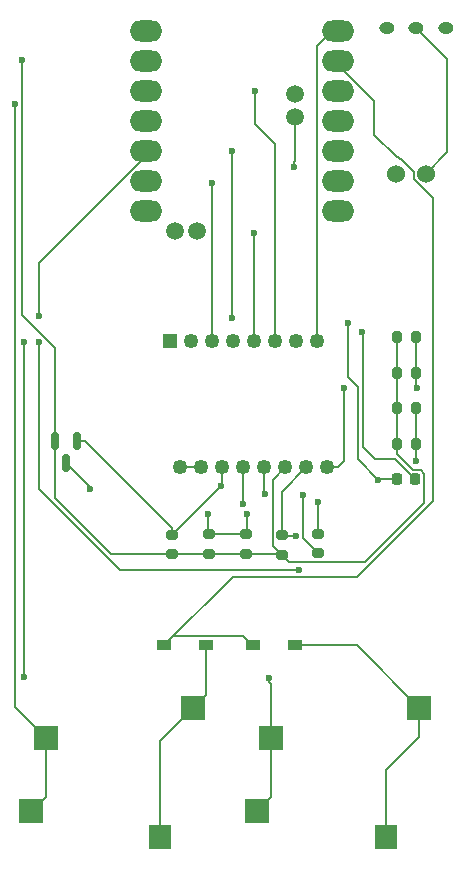
<source format=gbr>
%TF.GenerationSoftware,KiCad,Pcbnew,8.0.7*%
%TF.CreationDate,2025-02-07T09:21:37+09:00*%
%TF.ProjectId,coolpad002,636f6f6c-7061-4643-9030-322e6b696361,rev?*%
%TF.SameCoordinates,Original*%
%TF.FileFunction,Copper,L2,Bot*%
%TF.FilePolarity,Positive*%
%FSLAX46Y46*%
G04 Gerber Fmt 4.6, Leading zero omitted, Abs format (unit mm)*
G04 Created by KiCad (PCBNEW 8.0.7) date 2025-02-07 09:21:37*
%MOMM*%
%LPD*%
G01*
G04 APERTURE LIST*
G04 Aperture macros list*
%AMRoundRect*
0 Rectangle with rounded corners*
0 $1 Rounding radius*
0 $2 $3 $4 $5 $6 $7 $8 $9 X,Y pos of 4 corners*
0 Add a 4 corners polygon primitive as box body*
4,1,4,$2,$3,$4,$5,$6,$7,$8,$9,$2,$3,0*
0 Add four circle primitives for the rounded corners*
1,1,$1+$1,$2,$3*
1,1,$1+$1,$4,$5*
1,1,$1+$1,$6,$7*
1,1,$1+$1,$8,$9*
0 Add four rect primitives between the rounded corners*
20,1,$1+$1,$2,$3,$4,$5,0*
20,1,$1+$1,$4,$5,$6,$7,0*
20,1,$1+$1,$6,$7,$8,$9,0*
20,1,$1+$1,$8,$9,$2,$3,0*%
G04 Aperture macros list end*
%TA.AperFunction,SMDPad,CuDef*%
%ADD10R,2.000000X2.000000*%
%TD*%
%TA.AperFunction,SMDPad,CuDef*%
%ADD11R,1.900000X2.000000*%
%TD*%
%TA.AperFunction,ComponentPad*%
%ADD12O,1.300000X1.000000*%
%TD*%
%TA.AperFunction,ComponentPad*%
%ADD13C,1.524000*%
%TD*%
%TA.AperFunction,SMDPad,CuDef*%
%ADD14R,1.300000X0.950000*%
%TD*%
%TA.AperFunction,SMDPad,CuDef*%
%ADD15RoundRect,0.200000X-0.275000X0.200000X-0.275000X-0.200000X0.275000X-0.200000X0.275000X0.200000X0*%
%TD*%
%TA.AperFunction,SMDPad,CuDef*%
%ADD16RoundRect,0.200000X0.200000X0.275000X-0.200000X0.275000X-0.200000X-0.275000X0.200000X-0.275000X0*%
%TD*%
%TA.AperFunction,ComponentPad*%
%ADD17O,2.750000X1.800000*%
%TD*%
%TA.AperFunction,ComponentPad*%
%ADD18C,1.500000*%
%TD*%
%TA.AperFunction,SMDPad,CuDef*%
%ADD19RoundRect,0.200000X0.275000X-0.200000X0.275000X0.200000X-0.275000X0.200000X-0.275000X-0.200000X0*%
%TD*%
%TA.AperFunction,ComponentPad*%
%ADD20RoundRect,0.187500X-0.437500X-0.437500X0.437500X-0.437500X0.437500X0.437500X-0.437500X0.437500X0*%
%TD*%
%TA.AperFunction,ComponentPad*%
%ADD21O,1.250000X1.250000*%
%TD*%
%TA.AperFunction,SMDPad,CuDef*%
%ADD22RoundRect,0.150000X-0.150000X0.587500X-0.150000X-0.587500X0.150000X-0.587500X0.150000X0.587500X0*%
%TD*%
%TA.AperFunction,SMDPad,CuDef*%
%ADD23RoundRect,0.225000X0.225000X0.250000X-0.225000X0.250000X-0.225000X-0.250000X0.225000X-0.250000X0*%
%TD*%
%TA.AperFunction,ViaPad*%
%ADD24C,0.600000*%
%TD*%
%TA.AperFunction,Conductor*%
%ADD25C,0.200000*%
%TD*%
G04 APERTURE END LIST*
D10*
%TO.P,SW6,1,1*%
%TO.N,Col1*%
X138765000Y-68870000D03*
X139965000Y-62630000D03*
D11*
%TO.P,SW6,2,2*%
%TO.N,Net-(D5-A)*%
X149665000Y-71070000D03*
D10*
X152465000Y-60090000D03*
%TD*%
D12*
%TO.P,SW1,1,A*%
%TO.N,GND*%
X149750000Y-2554000D03*
%TO.P,SW1,2,B*%
%TO.N,Net-(BT1--)*%
X152250000Y-2554000D03*
%TO.P,SW1,3,C*%
%TO.N,unconnected-(SW1-C-Pad3)*%
X154750000Y-2554000D03*
%TD*%
D10*
%TO.P,SW2,1,1*%
%TO.N,Col0*%
X119655000Y-68880000D03*
X120855000Y-62640000D03*
D11*
%TO.P,SW2,2,2*%
%TO.N,Net-(D1-A)*%
X130555000Y-71080000D03*
D10*
X133355000Y-60100000D03*
%TD*%
D13*
%TO.P,BT1,1,+*%
%TO.N,Bat*%
X150530000Y-14870000D03*
%TO.P,BT1,2,-*%
%TO.N,Net-(BT1--)*%
X153070000Y-14870000D03*
%TD*%
D14*
%TO.P,D1,1,K*%
%TO.N,Row0*%
X130905000Y-54780000D03*
%TO.P,D1,2,A*%
%TO.N,Net-(D1-A)*%
X134455000Y-54780000D03*
%TD*%
%TO.P,D5,1,K*%
%TO.N,Row0*%
X138400000Y-54810000D03*
%TO.P,D5,2,A*%
%TO.N,Net-(D5-A)*%
X141950000Y-54810000D03*
%TD*%
D15*
%TO.P,C2,1*%
%TO.N,+1V9*%
X131550000Y-45450000D03*
%TO.P,C2,2*%
%TO.N,GND*%
X131550000Y-47100000D03*
%TD*%
D16*
%TO.P,C7,1*%
%TO.N,Net-(U2-VCP)*%
X152215000Y-31750000D03*
%TO.P,C7,2*%
%TO.N,GND*%
X150565000Y-31750000D03*
%TD*%
D15*
%TO.P,C5,1*%
%TO.N,Net-(U2-CN)*%
X143940000Y-45385000D03*
%TO.P,C5,2*%
%TO.N,Net-(U2-CP)*%
X143940000Y-47035000D03*
%TD*%
D17*
%TO.P,U3,1,P0.02_A0_D0*%
%TO.N,MOTION*%
X145610000Y-2774000D03*
%TO.P,U3,2,P0.03_A1_D1*%
%TO.N,Row0*%
X145610000Y-5314000D03*
%TO.P,U3,3,P0.28_A2_D2*%
%TO.N,Row1*%
X145610000Y-7854000D03*
%TO.P,U3,4,P0.29_A3_D3*%
%TO.N,Row2*%
X145610000Y-10394000D03*
%TO.P,U3,5,P0.04_A4_D4_SDA*%
%TO.N,SDIO*%
X145610000Y-12934000D03*
%TO.P,U3,6,P0.05_A5_D5_SCL*%
%TO.N,SCLK*%
X145610000Y-15474000D03*
%TO.P,U3,7,P1.11_D6_TX*%
%TO.N,Row3*%
X145610000Y-18014000D03*
%TO.P,U3,8,P1.12_D7_RX*%
%TO.N,Col3*%
X129370000Y-18014000D03*
%TO.P,U3,9,P1.13_D8_SCK*%
%TO.N,Col2*%
X129370000Y-15474000D03*
%TO.P,U3,10,P1.14_D9_MISO*%
%TO.N,Col1*%
X129370000Y-12934000D03*
%TO.P,U3,11,P1.15_D10_MOSI*%
%TO.N,Col0*%
X129370000Y-10394000D03*
%TO.P,U3,12,3V3*%
%TO.N,VCC3.3*%
X129370000Y-7854000D03*
%TO.P,U3,13,GND*%
%TO.N,GND*%
X129370000Y-5314000D03*
%TO.P,U3,14,5V*%
%TO.N,VCC*%
X129370000Y-2774000D03*
D18*
%TO.P,U3,15,NFC1_0.09*%
%TO.N,NCS*%
X133654600Y-19706000D03*
%TO.P,U3,16,NFC2_0.10*%
%TO.N,Col4*%
X131775000Y-19706000D03*
%TO.P,U3,20,BATT+*%
%TO.N,Bat*%
X141935000Y-10077000D03*
%TO.P,U3,21,BATT-*%
%TO.N,GND*%
X141935000Y-8172000D03*
%TD*%
D19*
%TO.P,C1,1*%
%TO.N,GND*%
X134690000Y-47060000D03*
%TO.P,C1,2*%
%TO.N,VCC3.3*%
X134690000Y-45410000D03*
%TD*%
D20*
%TO.P,U2,1,+VCSEL*%
%TO.N,Net-(U2-+VCSEL)*%
X131352893Y-29057107D03*
D21*
%TO.P,U2,2,SDIO*%
%TO.N,SDIO*%
X133132893Y-29057107D03*
%TO.P,U2,3,SCLK*%
%TO.N,SCLK*%
X134912893Y-29057107D03*
%TO.P,U2,4,NC*%
%TO.N,unconnected-(U2-NC-Pad4)*%
X136692893Y-29057107D03*
%TO.P,U2,5,NCS*%
%TO.N,NCS*%
X138472893Y-29057107D03*
%TO.P,U2,6,VDDIO*%
%TO.N,VCC3.3*%
X140252893Y-29057107D03*
%TO.P,U2,7,NRESET*%
%TO.N,Net-(U2-NRESET)*%
X142032893Y-29057107D03*
%TO.P,U2,8,MOTION*%
%TO.N,MOTION*%
X143812893Y-29057107D03*
%TO.P,U2,9,VCP*%
%TO.N,Net-(U2-VCP)*%
X144702893Y-39757107D03*
%TO.P,U2,10,PASS_T*%
%TO.N,Net-(U2-+VCSEL)*%
X142922893Y-39757107D03*
%TO.P,U2,11,GND*%
%TO.N,GND*%
X141142893Y-39757107D03*
%TO.P,U2,12,CP*%
%TO.N,Net-(U2-CP)*%
X139362893Y-39757107D03*
%TO.P,U2,13,CN*%
%TO.N,Net-(U2-CN)*%
X137582893Y-39757107D03*
%TO.P,U2,14,VDD*%
%TO.N,+1V9*%
X135802893Y-39757107D03*
%TO.P,U2,15,XYLASER*%
%TO.N,Net-(U2--VCSEL)*%
X134022893Y-39757107D03*
%TO.P,U2,16,-VCSEL*%
X132242893Y-39757107D03*
%TD*%
D16*
%TO.P,C9,1*%
%TO.N,+1V9*%
X152215000Y-37750000D03*
%TO.P,C9,2*%
%TO.N,GND*%
X150565000Y-37750000D03*
%TD*%
D22*
%TO.P,U1,1,GND*%
%TO.N,GND*%
X121620000Y-37525000D03*
%TO.P,U1,2,VO*%
%TO.N,+1V9*%
X123520000Y-37525000D03*
%TO.P,U1,3,VI*%
%TO.N,VCC3.3*%
X122570000Y-39400000D03*
%TD*%
D16*
%TO.P,C8,1*%
%TO.N,+1V9*%
X152215000Y-34750000D03*
%TO.P,C8,2*%
%TO.N,GND*%
X150565000Y-34750000D03*
%TD*%
%TO.P,C6,1*%
%TO.N,Net-(U2-VCP)*%
X152215000Y-28750000D03*
%TO.P,C6,2*%
%TO.N,GND*%
X150565000Y-28750000D03*
%TD*%
D15*
%TO.P,C4,1*%
%TO.N,Net-(U2-+VCSEL)*%
X140880000Y-45495000D03*
%TO.P,C4,2*%
%TO.N,GND*%
X140880000Y-47145000D03*
%TD*%
%TO.P,C3,1*%
%TO.N,VCC3.3*%
X137820000Y-45415000D03*
%TO.P,C3,2*%
%TO.N,GND*%
X137820000Y-47065000D03*
%TD*%
D23*
%TO.P,R1,1*%
%TO.N,Net-(U2-NRESET)*%
X152165000Y-40750000D03*
%TO.P,R1,2*%
%TO.N,VCC3.3*%
X150615000Y-40750000D03*
%TD*%
D24*
%TO.N,GND*%
X118830000Y-5250000D03*
%TO.N,+1V9*%
X152210000Y-39200000D03*
X135715000Y-41285000D03*
%TO.N,Net-(U2-+VCSEL)*%
X142300000Y-48400000D03*
X120300000Y-29160000D03*
X142050000Y-45540398D03*
%TO.N,Net-(U2-CP)*%
X139460000Y-42010000D03*
X142650000Y-42120000D03*
%TO.N,Net-(U2-CN)*%
X137530000Y-42870000D03*
X143910000Y-42720000D03*
%TO.N,Net-(U2-VCP)*%
X152260000Y-33060000D03*
X146152093Y-33040000D03*
%TO.N,Net-(U2-NRESET)*%
X147600000Y-28280000D03*
%TO.N,SCLK*%
X134940000Y-15710000D03*
%TO.N,SDIO*%
X136640000Y-27080000D03*
X136640000Y-12950000D03*
%TO.N,NCS*%
X138510000Y-19870000D03*
%TO.N,Col0*%
X118230000Y-9000000D03*
%TO.N,VCC3.3*%
X146470000Y-27532107D03*
X149020000Y-40790000D03*
X138570000Y-7860000D03*
X137870000Y-43680000D03*
X124580000Y-41540000D03*
X134640000Y-43670000D03*
%TO.N,Col1*%
X119020000Y-29110000D03*
X139800000Y-57540000D03*
X120270000Y-26910000D03*
X119030000Y-57510000D03*
%TO.N,Bat*%
X141890000Y-14280000D03*
%TD*%
D25*
%TO.N,GND*%
X118830000Y-5250000D02*
X118830000Y-26841471D01*
X150565000Y-34750000D02*
X150565000Y-31750000D01*
X121620000Y-29631471D02*
X121620000Y-37525000D01*
X152915000Y-42720996D02*
X147885996Y-47750000D01*
X140880000Y-47145000D02*
X140105000Y-46370000D01*
X150565000Y-38584314D02*
X151955686Y-39975000D01*
X147885996Y-47750000D02*
X141485000Y-47750000D01*
X131550000Y-47100000D02*
X140835000Y-47100000D01*
X152613696Y-39975000D02*
X152915000Y-40276304D01*
X141485000Y-47750000D02*
X140880000Y-47145000D01*
X121620000Y-42315996D02*
X126424004Y-47120000D01*
X140105000Y-46370000D02*
X140105000Y-40795000D01*
X150565000Y-37750000D02*
X150565000Y-38584314D01*
X150565000Y-31750000D02*
X150565000Y-28750000D01*
X152915000Y-40276304D02*
X152915000Y-42720996D01*
X131530000Y-47120000D02*
X131550000Y-47100000D01*
X126424004Y-47120000D02*
X131530000Y-47120000D01*
X140835000Y-47100000D02*
X140880000Y-47145000D01*
X121620000Y-37525000D02*
X121620000Y-42315996D01*
X151955686Y-39975000D02*
X152613696Y-39975000D01*
X118830000Y-26841471D02*
X121620000Y-29631471D01*
X150565000Y-37750000D02*
X150565000Y-34750000D01*
X140105000Y-40795000D02*
X141142893Y-39757107D01*
%TO.N,+1V9*%
X135802893Y-41197107D02*
X135715000Y-41285000D01*
X152215000Y-39195000D02*
X152210000Y-39200000D01*
X131550000Y-44874004D02*
X131550000Y-45450000D01*
X152215000Y-37750000D02*
X152215000Y-39195000D01*
X124200996Y-37525000D02*
X131550000Y-44874004D01*
X152215000Y-34750000D02*
X152215000Y-37750000D01*
X135715000Y-41285000D02*
X131550000Y-45450000D01*
X123520000Y-37525000D02*
X124200996Y-37525000D01*
X135802893Y-39757107D02*
X135802893Y-41197107D01*
%TO.N,Net-(U2-+VCSEL)*%
X120300000Y-29160000D02*
X120300000Y-41561682D01*
X142050000Y-45540398D02*
X140925398Y-45540398D01*
X140880000Y-41800000D02*
X142922893Y-39757107D01*
X127138318Y-48400000D02*
X142300000Y-48400000D01*
X140925398Y-45540398D02*
X140880000Y-45495000D01*
X120300000Y-41561682D02*
X127138318Y-48400000D01*
X140880000Y-45495000D02*
X140880000Y-41800000D01*
%TO.N,Net-(U2-CP)*%
X142650000Y-45745000D02*
X143940000Y-47035000D01*
X139362893Y-39757107D02*
X139362893Y-41912893D01*
X139362893Y-41912893D02*
X139460000Y-42010000D01*
X142650000Y-42120000D02*
X142650000Y-45745000D01*
%TO.N,Net-(U2-CN)*%
X143940000Y-42750000D02*
X143910000Y-42720000D01*
X143940000Y-45385000D02*
X143940000Y-42750000D01*
X137582893Y-42817107D02*
X137582893Y-39757107D01*
X137530000Y-42870000D02*
X137582893Y-42817107D01*
%TO.N,Net-(U2-VCP)*%
X152215000Y-28750000D02*
X152215000Y-31750000D01*
X152215000Y-31750000D02*
X152215000Y-33015000D01*
X146152093Y-39191790D02*
X145586776Y-39757107D01*
X145586776Y-39757107D02*
X144702893Y-39757107D01*
X146152093Y-33040000D02*
X146152093Y-39191790D01*
X152215000Y-33015000D02*
X152260000Y-33060000D01*
%TO.N,Net-(U2-NRESET)*%
X147690000Y-37990000D02*
X148760000Y-39060000D01*
X147600000Y-28280000D02*
X147690000Y-28370000D01*
X150475000Y-39060000D02*
X152165000Y-40750000D01*
X147690000Y-28370000D02*
X147690000Y-37990000D01*
X148760000Y-39060000D02*
X150475000Y-39060000D01*
%TO.N,MOTION*%
X143812893Y-29057107D02*
X143812893Y-4071107D01*
X143812893Y-4071107D02*
X145110000Y-2774000D01*
%TO.N,SCLK*%
X134912893Y-29057107D02*
X134912893Y-15737107D01*
X134912893Y-15737107D02*
X134940000Y-15710000D01*
%TO.N,SDIO*%
X136640000Y-27080000D02*
X136640000Y-12950000D01*
%TO.N,NCS*%
X138472893Y-29057107D02*
X138472893Y-19907107D01*
X138472893Y-19907107D02*
X138510000Y-19870000D01*
%TO.N,Net-(D1-A)*%
X134455000Y-59000000D02*
X133355000Y-60100000D01*
X130555000Y-62900000D02*
X130555000Y-71080000D01*
X134455000Y-54780000D02*
X134455000Y-59000000D01*
X133355000Y-60100000D02*
X130555000Y-62900000D01*
%TO.N,Col0*%
X120855000Y-67680000D02*
X119655000Y-68880000D01*
X120855000Y-62640000D02*
X120855000Y-67680000D01*
X120855000Y-62640000D02*
X118230000Y-60015000D01*
X118230000Y-60015000D02*
X118230000Y-9000000D01*
%TO.N,VCC3.3*%
X140252893Y-29057107D02*
X140252893Y-12342893D01*
X146470000Y-32130000D02*
X147290000Y-32950000D01*
X149060000Y-40750000D02*
X149020000Y-40790000D01*
X140252893Y-12342893D02*
X138570000Y-10660000D01*
X147290000Y-39060000D02*
X149020000Y-40790000D01*
X150615000Y-40750000D02*
X149060000Y-40750000D01*
X124580000Y-41410000D02*
X124580000Y-41540000D01*
X122570000Y-39400000D02*
X124580000Y-41410000D01*
X146470000Y-27532107D02*
X146470000Y-32130000D01*
X137870000Y-43680000D02*
X137870000Y-45365000D01*
X147290000Y-32950000D02*
X147290000Y-39060000D01*
X137870000Y-45365000D02*
X137820000Y-45415000D01*
X134690000Y-45410000D02*
X137815000Y-45410000D01*
X134640000Y-43670000D02*
X134640000Y-45360000D01*
X134640000Y-45360000D02*
X134690000Y-45410000D01*
X137815000Y-45410000D02*
X137820000Y-45415000D01*
X138570000Y-10660000D02*
X138570000Y-7860000D01*
%TO.N,Col1*%
X139965000Y-58075000D02*
X139965000Y-62630000D01*
X129737944Y-12934000D02*
X120270000Y-22401944D01*
X139800000Y-57910000D02*
X139965000Y-58075000D01*
X139800000Y-57540000D02*
X139800000Y-57910000D01*
X120270000Y-22401944D02*
X120270000Y-26910000D01*
X139965000Y-62630000D02*
X139965000Y-67670000D01*
X119020000Y-29110000D02*
X119020000Y-57500000D01*
X129870000Y-12934000D02*
X129737944Y-12934000D01*
X139965000Y-67670000D02*
X138765000Y-68870000D01*
X119020000Y-57500000D02*
X119030000Y-57510000D01*
%TO.N,Net-(D5-A)*%
X147185000Y-54810000D02*
X152465000Y-60090000D01*
X152465000Y-62610559D02*
X149665000Y-65410559D01*
X141950000Y-54810000D02*
X147185000Y-54810000D01*
X152465000Y-60090000D02*
X152465000Y-62610559D01*
X149665000Y-65410559D02*
X149665000Y-71070000D01*
%TO.N,Row0*%
X148680000Y-8751944D02*
X145242056Y-5314000D01*
X130905000Y-54780000D02*
X131680000Y-54005000D01*
X152008000Y-14749387D02*
X151013738Y-13755125D01*
X150737245Y-13579658D02*
X150484923Y-13370919D01*
X136685000Y-49000000D02*
X147201682Y-49000000D01*
X150484923Y-13370919D02*
X148680000Y-11565996D01*
X153630000Y-42571682D02*
X153630000Y-16931895D01*
X148680000Y-11565996D02*
X148680000Y-8751944D01*
X151013738Y-13755125D02*
X150737245Y-13579658D01*
X131680000Y-54005000D02*
X137595000Y-54005000D01*
X137595000Y-54005000D02*
X138400000Y-54810000D01*
X152008000Y-15309895D02*
X152008000Y-14749387D01*
X147201682Y-49000000D02*
X153630000Y-42571682D01*
X130905000Y-54780000D02*
X136685000Y-49000000D01*
X153630000Y-16931895D02*
X152008000Y-15309895D01*
X145242056Y-5314000D02*
X145110000Y-5314000D01*
%TO.N,Net-(BT1--)*%
X153070000Y-14870000D02*
X154875670Y-13064330D01*
X154875670Y-13064330D02*
X154875670Y-5179670D01*
X154875670Y-5179670D02*
X152250000Y-2554000D01*
%TO.N,Bat*%
X141890000Y-14280000D02*
X141890000Y-13830000D01*
X141935000Y-13785000D02*
X141935000Y-10077000D01*
X141890000Y-13830000D02*
X141935000Y-13785000D01*
%TO.N,Net-(U2--VCSEL)*%
X132242893Y-39757107D02*
X134022893Y-39757107D01*
%TD*%
M02*

</source>
